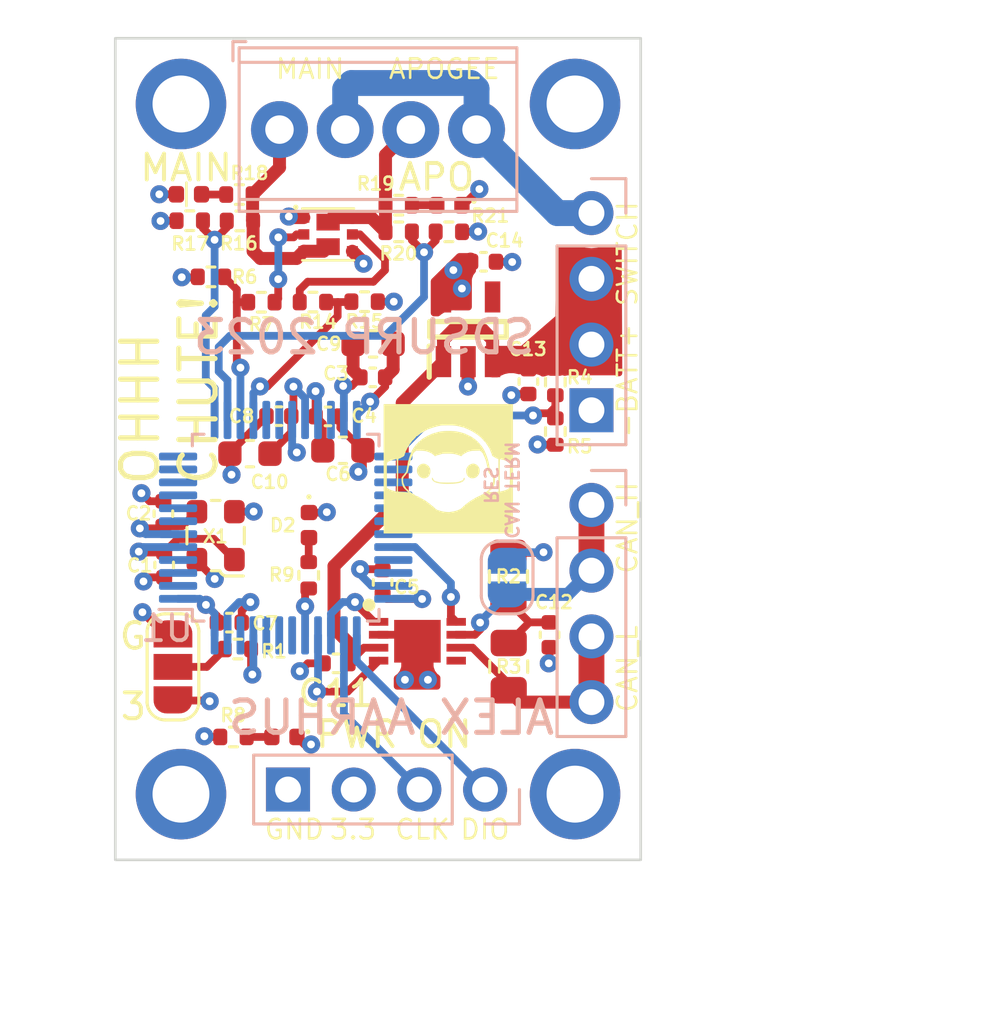
<source format=kicad_pcb>
(kicad_pcb (version 20221018) (generator pcbnew)
  (layers (0 "F.Cu" signal) (1 "In1.Cu" power) (2 "In2.Cu" power) (31 "B.Cu" signal) (34 "B.Paste" user) (35 "F.Paste" user) (36 "B.SilkS" user "B.Silkscreen") (37 "F.SilkS" user "F.Silkscreen") (38 "B.Mask" user) (39 "F.Mask" user) (44 "Edge.Cuts" user))
  (net 0 "")
  (net 1 "RCC_OCC_IN")
  (net 2 "GND")
  (net 3 "RCC_OCC_OUT")
  (net 4 "+3.3V")
  (net 6 "Net-(C12-Pad2)")
  (net 7 "PWR+")
  (net 8 "Net-(D3-A)")
  (net 9 "Net-(D4-A)")
  (net 10 "FDCAN_TX")
  (net 11 "FDCAN_RX")
  (net 13 "CAN_FD_L")
  (net 14 "CAN_FD_H")
  (net 15 "TXD")
  (net 17 "SYS_SWDIO")
  (net 18 "SYS_SWCLK")
  (net 19 "Net-(D1-A)")
  (net 20 "Net-(D2-A)")
  (net 21 "LED_1")
  (net 22 "USB_D+")
  (net 23 "USB_D-")
  (net 26 "FET_APOGEE")
  (net 27 "FET_MAIN")
  (net 28 "BATT+")
  (net 29 "Net-(Q1-G1)")
  (net 30 "Net-(Q1-G2)")
  (net 31 "Net-(SW1-B)")
  (net 32 "/BOOT0")
  (net 33 "Net-(SW2-B)")
  (net 34 "V_BAT")
  (net 35 "FIRE_APOGEE")
  (net 36 "FIRE_MAIN")
  (net 37 "SENSE_MAIN")
  (net 38 "SENSE_APOGEE")
  (net 55 "LED_R")
  (net 56 "LED_B")
  (net 57 "LED_G")
  (footprint "Resistor_SMD:R_0805_2012Metric" (layer "F.Cu") (at 40.6046 46.1999 -90)
    (fp_text reference "R2")
    (fp_text value "60")
  )
  (footprint "Capacitor_SMD:C_0402_1005Metric" (layer "F.Cu") (at 35.3568 38.504157 180)
    (fp_text reference "C3")
    (fp_text value "0.1uF")
  )
  (footprint "Resistor_SMD:R_0402_1005Metric" (layer "F.Cu") (at 33.042002 35.595 180)
    (fp_text reference "R14")
    (fp_text value "100")
  )
  (footprint "MountingHole:MountingHole_2.2mm_M2_ISO7380_Pad" (layer "F.Cu") (at 43.18 54.61 45)
    (fp_text reference "H3" hide)
    (fp_text value "MountingHole_Pad")
  )
  (footprint "Resistor_SMD:R_0402_1005Metric" (layer "F.Cu") (at 28.280001 32.45 180)
    (fp_text reference "R17")
    (fp_text value "27k")
  )
  (footprint "Oscillator:Oscillator_SMD_ECS_2520MV-xxx-xx-4Pin_2.5x2.0mm" (layer "F.Cu") (at 29.28 44.62 180)
    (fp_text reference "X1")
    (fp_text value "ECS-2520MV-xxx-xx")
  )
  (footprint "Resistor_SMD:R_0402_1005Metric" (layer "F.Cu") (at 30.200001 31.44 180)
    (fp_text reference "R18")
    (fp_text value "1k")
  )
  (footprint "MountingHole:MountingHole_2.2mm_M2_ISO7380_Pad" (layer "F.Cu") (at 27.94 54.61)
    (fp_text reference "H4" hide)
    (fp_text value "MountingHole_Pad")
  )
  (footprint "Capacitor_SMD:C_0402_1005Metric" (layer "F.Cu") (at 35.7378 46.4312 90)
    (fp_text reference "C5")
    (fp_text value "0.1uF")
  )
  (footprint "MCP2557FDT-H_MNY:SON50P300X200X80-9N-D" (layer "F.Cu") (at 37.084 48.7015)
    (fp_text reference "IC1" hide)
    (fp_text value "MCP2557FDT-H_MNY" hide)
  )
  (footprint "MountingHole:MountingHole_2.2mm_M2_ISO7380_Pad" (layer "F.Cu") (at 27.94 27.94)
    (fp_text reference "H1" hide)
    (fp_text value "MountingHole_Pad")
  )
  (footprint "Capacitor_SMD:C_0402_1005Metric" (layer "F.Cu") (at 27.29 45.7525 -90)
    (fp_text reference "C1")
    (fp_text value "20pF")
  )
  (footprint "Resistor_SMD:R_0402_1005Metric" (layer "F.Cu") (at 30.14 49.0025)
    (fp_text reference "R1")
    (fp_text value "10k")
  )
  (footprint "Resistor_SMD:R_0402_1005Metric" (layer "F.Cu") (at 31.05 35.6)
    (fp_text reference "R7")
    (fp_text value "100")
  )
  (footprint "Resistor_SMD:R_0402_1005Metric" (layer "F.Cu") (at 42.418 40.5984 -90)
    (fp_text reference "R5")
    (fp_text value "10k")
  )
  (footprint "Resistor_SMD:R_0402_1005Metric" (layer "F.Cu") (at 35.04 35.58)
    (fp_text reference "R15")
    (fp_text value "3.3k")
  )
  (footprint "Resistor_SMD:R_0402_1005Metric" (layer "F.Cu") (at 36.36 31.85)
    (fp_text reference "R19")
    (fp_text value "1k")
  )
  (footprint "Resistor_SMD:R_0402_1005Metric" (layer "F.Cu") (at 32.88 46.152499 90)
    (fp_text reference "R9")
    (fp_text value "5")
  )
  (footprint "Capacitor_SMD:C_0603_1608Metric" (layer "F.Cu") (at 34.2 41.3225)
    (fp_text reference "C6")
    (fp_text value "1uF")
  )
  (footprint "LOGO" (layer "F.Cu") (at 38.2778 42.037)
    (fp_text reference "G***" hide)
    (fp_text value "LOGO" hide)
  )
  (footprint "Resistor_SMD:R_0402_1005Metric" (layer "F.Cu") (at 38.300001 32.879999)
    (fp_text reference "R21")
    (fp_text value "27k")
  )
  (footprint "Capacitor_SMD:C_0402_1005Metric" (layer "F.Cu") (at 39.6398 34.0368)
    (fp_text reference "C14")
    (fp_text value "1.0uF")
  )
  (footprint "Capacitor_SMD:C_0402_1005Metric" (layer "F.Cu") (at 33.9344 49.5554 180)
    (fp_text reference "C11")
    (fp_text value "0.1uF")
  )
  (footprint "LED_SMD:LED_0402_1005Metric" (layer "F.Cu") (at 31.94 52.4002 180)
    (fp_text reference "D1" hide)
    (fp_text value "R_LED")
  )
  (footprint "Capacitor_SMD:C_0402_1005Metric" (layer "F.Cu") (at 31.725 40.0025 180)
    (fp_text reference "C8")
    (fp_text value "0.1uF")
  )
  (footprint "Resistor_SMD:R_0402_1005Metric" (layer "F.Cu") (at 29.1 34.6202 180)
    (fp_text reference "R6")
    (fp_text value "3.3k")
  )
  (footprint "Capacitor_SMD:C_0603_1608Metric" (layer "F.Cu") (at 30.607 41.4528 180)
    (fp_text reference "C10")
    (fp_text value "1uF")
  )
  (footprint "Capacitor_SMD:C_0402_1005Metric" (layer "F.Cu") (at 29.809999 47.9825)
    (fp_text reference "C7")
    (fp_text value "0.1uF")
  )
  (footprint "Resistor_SMD:R_0402_1005Metric" (layer "F.Cu") (at 36.36 32.88)
    (fp_text reference "R20")
    (fp_text value "100k")
  )
  (footprint "LED_SMD:LED_0402_1005Metric" (layer "F.Cu") (at 38.319994 31.85 180)
    (fp_text reference "D4" hide)
    (fp_text value "G_LED")
  )
  (footprint "Resistor_SMD:R_0402_1005Metric" (layer "F.Cu") (at 30.22 32.46 180)
    (fp_text reference "R16")
    (fp_text value "100k")
  )
  (footprint "MountingHole:MountingHole_2.2mm_M2_ISO7380_Pad" (layer "F.Cu") (at 43.18 27.94)
    (fp_text reference "H2" hide)
    (fp_text value "MountingHole_Pad")
  )
  (footprint "Resistor_SMD:R_0805_2012Metric" (layer "F.Cu") (at 40.6146 49.6824 -90)
    (fp_text reference "R3")
    (fp_text value "60")
  )
  (footprint "LED_SMD:LED_0402_1005Metric" (layer "F.Cu") (at 28.250001 31.43)
    (fp_text reference "D3" hide)
    (fp_text value "G_LED")
  )
  (footprint "SSM6N58NU,LF:SSM6N58NULF" (layer "F.Cu") (at 33.63 32.98 -90)
    (fp_text reference "Q1" hide)
    (fp_text value "SSM6N58NU,LF" hide)
  )
  (footprint "Jumper:SolderJumper-3_P1.3mm_Open_RoundedPad1.0x1.5mm_NumberLabels" (layer "F.Cu") (at 27.63 49.6925 -90)
    (fp_text reference "SW1" hide)
    (fp_text value "SW_SPDT")
  )
  (footprint "Resistor_SMD:R_0402_1005Metric" (layer "F.Cu") (at 29.97 52.4002)
    (fp_text reference "R8")
    (fp_text value "60")
  )
  (footprint "Capacitor_SMD:C_0402_1005Metric" (layer "F.Cu") (at 27.26 43.7725 90)
    (fp_text reference "C2")
    (fp_text value "20pF")
  )
  (footprint "LED_SMD:LED_0402_1005Metric" (layer "F.Cu") (at 32.89 44.2125 -90)
    (fp_text reference "D2")
    (fp_text value "B_LED")
  )
  (footprint "Capacitor_SMD:C_0402_1005Metric" (layer "F.Cu") (at 33.625 40.0125)
    (fp_text reference "C4")
    (fp_text value "10000pF")
  )
  (footprint "Capacitor_SMD:C_0402_1005Metric" (layer "F.Cu") (at 41.3766 38.668 -90)
    (fp_text reference "C13")
    (fp_text value "1.0uF")
  )
  (footprint "Resistor_SMD:R_0402_1005Metric" (layer "F.Cu") (at 42.418 38.6842 -90)
    (fp_text reference "R4")
    (fp_text value "5.6k")
  )
  (footprint "Capacitor_SMD:C_0402_1005Metric" (layer "F.Cu") (at 42.1946 48.4524 90)
    (fp_text reference "C12")
    (fp_text value "4700pF ")
  )
  (footprint "Capacitor_SMD:C_0603_1608Metric" (layer "F.Cu") (at 35.369826 37.211 180)
    (fp_text reference "C9")
    (fp_text value "4.7uF")
  )
  (footprint "AP2205-33W5-7:SOT95P282X130-5N" (layer "F.Cu") (at 39.0398 36.6468 90)
    (fp_text reference "IC2" hide)
    (fp_text value "AP2205-33W5-7" hide)
  )
  (footprint "Connector_PinHeader_2.54mm:PinHeader_1x04_P2.54mm_Vertical" (layer "B.Cu") (at 43.815 32.1564 180)
    (fp_text reference "J3" hide)
    (fp_text value "Conn_01x04_Socket")
  )
  (footprint "Connector_PinHeader_2.54mm:PinHeader_1x04_P2.54mm_Vertical" (layer "B.Cu") (at 43.815 43.434 180)
    (fp_text reference "J2" hide)
    (fp_text value "Conn_01x04_Socket")
  )
  (footprint "Connector_PinHeader_2.54mm:PinHeader_1x04_P2.54mm_Vertical" (layer "B.Cu") (at 39.7002 54.4322 90)
    (fp_text reference "J1" hide)
    (fp_text value "Conn_01x04_Socket")
  )
  (footprint "TerminalBlock_Phoenix:TerminalBlock_Phoenix_MPT-0,5-4-2.54_1x04_P2.54mm_Horizontal" (layer "B.Cu") (at 31.75 28.93)
    (fp_text reference "J6" hide)
    (fp_text value "PYRO CHANNELS")
  )
  (footprint "Package_QFP:LQFP-48_7x7mm_P0.5mm" (layer "B.Cu") (at 31.99 44.3125)
    (fp_text reference "U1")
    (fp_text value "STM32G473CBTx")
  )
  (footprint "Jumper:SolderJumper-2_P1.3mm_Open_RoundedPad1.0x1.5mm" (layer "B.Cu") (at 40.5546 46.2424 90)
    (fp_text reference "SW2" hide)
    (fp_text value "SW_SPST")
  )
  (gr_rect (start 25.4 25.4) (end 45.72 57.15) (stroke (width 0.1)) (fill none) (layer "Edge.Cuts"))
  (gr_text "CAN TERM \nRES" (at 39.624 42.672 270) (layer "B.SilkS") (effects (font (size 0.5 0.5) (thickness 0.1) bold) (justify bottom mirror)))
  (gr_text "SDSURP 2023" (at 41.74 37.68) (layer "B.SilkS") (effects (font (size 1.25 1.25) (thickness 0.2)) (justify left bottom mirror)))
  (gr_text "ALEX AARHUS" (at 42.485 52.384) (layer "B.SilkS") (effects (font (size 1.25 1.25) (thickness 0.2)) (justify left bottom mirror)))
  (gr_text "APO" (at 36.27 31.35) (layer "F.SilkS") (effects (font (size 1 1)) (justify left bottom)))
  (gr_text "PWR ON" (at 33.0708 52.8828) (layer "F.SilkS") (effects (font (size 1 1)) (justify left bottom)))
  (gr_text "CLK" (at 36.161132 56.4134) (layer "F.SilkS") (effects (font (size 0.75 0.75) (thickness 0.1) bold) (justify left bottom)))
  (gr_text "SWITCH" (at 45.6438 35.814 90) (layer "F.SilkS") (effects (font (size 0.75 0.75) (thickness 0.1) bold) (justify left bottom)))
  (gr_text "GND" (at 31.115 56.4134) (layer "F.SilkS") (effects (font (size 0.75 0.75) (thickness 0.1) bold) (justify left bottom)))
  (gr_text "CAN_L" (at 45.6438 51.5112 90) (layer "F.SilkS") (effects (font (size 0.75 0.75) (thickness 0.1) bold) (justify left bottom)))
  (gr_text "3.3" (at 33.638066 56.4134) (layer "F.SilkS") (effects (font (size 0.75 0.75) (thickness 0.1) bold) (justify left bottom)))
  (gr_text "OHHH\nCHUTE!" (at 29.4386 42.7736 90) (layer "F.SilkS") (effects (font (size 1.4 1.4) (thickness 0.2)) (justify left bottom)))
  (gr_text "CAN_H" (at 45.6438 46.1518 90) (layer "F.SilkS") (effects (font (size 0.75 0.75) (thickness 0.1) bold) (justify left bottom)))
  (gr_text "DIO" (at 38.6842 56.4134) (layer "F.SilkS") (effects (font (size 0.75 0.75) (thickness 0.1) bold) (justify left bottom)))
  (gr_text "-BATT+" (at 45.6438 40.894 90) (layer "F.SilkS") (effects (font (size 0.75 0.75) (thickness 0.1) bold) (justify left bottom)))
  (gr_text "APOGEE" (at 35.9156 27.0256) (layer "F.SilkS") (effects (font (size 0.75 0.75) (thickness 0.1) bold) (justify left bottom)))
  (gr_text "MAIN" (at 31.5468 27.0256) (layer "F.SilkS") (effects (font (size 0.75 0.75) (thickness 0.1) bold) (justify left bottom)))
  (gr_text "MAIN" (at 26.28 30.99) (layer "F.SilkS") (effects (font (size 1 1)) (justify left bottom)))
  (segment (start 27.29 45.2725) (end 26.342177 45.2725) (width 0.3) (layer "F.Cu") (net 1))
  (segment (start 29.205 44.745) (end 28.212107 44.745) (width 0.3) (layer "F.Cu") (net 1))
  (segment (start 30.005 45.545) (end 29.205 44.745) (width 0.3) (layer "F.Cu") (net 1))
  (segment (start 28.204607 44.7525) (end 27.81 44.7525) (width 0.3) (layer "F.Cu") (net 1))
  (segment (start 26.342177 45.2725) (end 26.308208 45.238531) (width 0.3) (layer "F.Cu") (net 1))
  (segment (start 28.212107 44.745) (end 28.204607 44.7525) (width 0.3) (layer "F.Cu") (net 1))
  (segment (start 27.81 44.7525) (end 27.29 45.2725) (width 0.3) (layer "F.Cu") (net 1))
  (via (at 26.308208 45.238531) (size 0.7) (drill 0.3) (layers "F.Cu" "B.Cu") (net 1))
  (segment (start 26.484239 45.0625) (end 27.8275 45.0625) (width 0.3) (layer "B.Cu") (net 1))
  (segment (start 26.308208 45.238531) (end 26.484239 45.0625) (width 0.3) (layer "B.Cu") (net 1))
  (segment (start 27.26 43.2925) (end 26.7225 43.2925) (width 0.3) (layer "F.Cu") (net 2))
  (segment (start 34.105 40.0125) (end 34.105 40.4525) (width 0.3) (layer "F.Cu") (net 2))
  (segment (start 32.5374 49.8602) (end 32.8422 49.5554) (width 0.3) (layer "F.Cu") (net 2))
  (segment (start 35.55 35.58) (end 36.17 35.58) (width 0.3) (layer "F.Cu") (net 2))
  (segment (start 32.15 32.33) (end 32.692 32.33) (width 0.5) (layer "F.Cu") (net 2))
  (segment (start 32.97 52.69) (end 32.7098 52.69) (width 0.3) (layer "F.Cu") (net 2))
  (segment (start 26.6475 46.2325) (end 27.29 46.2325) (width 0.3) (layer "F.Cu") (net 2))
  (segment (start 34.544357 38.8366) (end 34.8768 38.504157) (width 0.3) (layer "F.Cu") (net 2))
  (segment (start 34.869505 45.916884) (end 35.703484 45.916884) (width 0.3) (layer "F.Cu") (net 2))
  (segment (start 34.2138 38.8366) (end 34.544357 38.8366) (width 0.3) (layer "F.Cu") (net 2))
  (segment (start 38.86 31.85) (end 39.48 31.23) (width 0.3) (layer "F.Cu") (net 2))
  (segment (start 34.594826 38.222183) (end 34.8768 38.504157) (width 0.5) (layer "F.Cu") (net 2))
  (segment (start 39.420001 32.879999) (end 39.43 32.87) (width 0.3) (layer "F.Cu") (net 2))
  (segment (start 41.3766 39.148) (end 40.7604 39.148) (width 0.3) (layer "F.Cu") (net 2))
  (segment (start 40.7398 34.0368) (end 40.7498 34.0468) (width 0.3) (layer "F.Cu") (net 2))
  (segment (start 26.45 47.58) (end 27.2625 48.3925) (width 0.3) (layer "F.Cu") (net 2))
  (segment (start 40.7604 39.148) (end 40.7162 39.1922) (width 0.3) (layer "F.Cu") (net 2))
  (segment (start 42.418 41.1084) (end 41.7434 41.1084) (width 0.3) (layer "F.Cu") (net 2))
  (segment (start 30.289999 47.523101) (end 30.289999 47.9825) (width 0.3) (layer "F.Cu") (net 2))
  (segment (start 27.2625 48.3925) (end 27.63 48.3925) (width 0.3) (layer "F.Cu") (net 2))
  (segment (start 30.745 43.695) (end 30.75 43.69) (width 0.3) (layer "F.Cu") (net 2))
  (segment (start 35.584 48.4515) (end 36.834 48.4515) (width 0.3) (layer "F.Cu") (net 2))
  (segment (start 32.8422 49.5554) (end 33.4544 49.5554) (width 0.3) (layer "F.Cu") (net 2))
  (segment (start 28.59 34.6456) (end 27.98 34.6456) (width 0.3) (layer "F.Cu") (net 2))
  (segment (start 32.7098 52.69) (end 32.42 52.4002) (width 0.3) (layer "F.Cu") (net 2))
  (segment (start 35.703484 45.916884) (end 35.7378 45.9512) (width 0.3) (layer "F.Cu") (net 2))
  (segment (start 29.832 42.2018) (end 29.8958 42.2656) (width 0.3) (layer "F.Cu") (net 2))
  (segment (start 34.975 41.3225) (end 34.975 41.9775) (width 0.3) (layer "F.Cu") (net 2))
  (segment (start 30.623736 47.189364) (end 30.289999 47.523101) (width 0.3) (layer "F.Cu") (net 2))
  (segment (start 31.245 40.0025) (end 29.832 41.4155) (width 0.3) (layer "F.Cu") (net 2))
  (segment (start 33.5788 43.7134) (end 33.5597 43.7325) (width 0.3) (layer "F.Cu") (net 2))
  (segment (start 27.1018 31.43) (end 27.770001 31.43) (width 0.3) (layer "F.Cu") (net 2))
  (segment (start 39.0398 37.8968) (end 39.0398 38.8568) (width 0.5) (layer "F.Cu") (net 2))
  (segment (start 42.1946 48.9324) (end 42.1946 49.5248) (width 0.3) (layer "F.Cu") (net 2))
  (segment (start 26.49 46.39) (end 26.6475 46.2325) (width 0.3) (layer "F.Cu") (net 2))
  (segment (start 42.1946 49.5248) (end 42.164 49.5554) (width 0.3) (layer "F.Cu") (net 2))
  (segment (start 41.7434 41.1084) (end 41.7322 41.0972) (width 0.3) (layer "F.Cu") (net 2))
  (segment (start 38.799994 31.85) (end 38.86 31.85) (width 0.3) (layer "F.Cu") (net 2))
  (segment (start 34.105 40.4525) (end 34.975 41.3225) (width 0.3) (layer "F.Cu") (net 2))
  (segment (start 40.1198 34.0368) (end 40.7398 34.0368) (width 0.3) (layer "F.Cu") (net 2))
  (segment (start 33.5597 43.7325) (end 32.89 43.7325) (width 0.3) (layer "F.Cu") (net 2))
  (segment (start 36.834 48.4515) (end 37.084 48.7015) (width 0.3) (layer "F.Cu") (net 2))
  (segment (start 29.24485 46.29298) (end 28.555 45.60313) (width 0.3) (layer "F.Cu") (net 2))
  (segment (start 27.770001 32.45) (end 27.16 32.45) (width 0.3) (layer "F.Cu") (net 2))
  (segment (start 35 34.062) (end 34.568 33.63) (width 0.5) (layer "F.Cu") (net 2))
  (segment (start 27.16 32.45) (end 27.15 32.46) (width 0.3) (layer "F.Cu") (net 2))
  (segment (start 34.975 41.9775) (end 34.8 42.1525) (width 0.3) (layer "F.Cu") (net 2))
  (segment (start 29.832 41.4528) (end 29.832 42.2018) (width 0.3) (layer "F.Cu") (net 2))
  (segment (start 27.98 34.6456) (end 27.97 34.6356) (width 0.3) (layer "F.Cu") (net 2))
  (segment (start 38.810001 32.879999) (end 39.420001 32.879999) (width 0.3) (layer "F.Cu") (net 2))
  (segment (start 32.11 32.29) (end 32.15 32.33) (width 0.5) (layer "F.Cu") (net 2))
  (segment (start 30.005 43.695) (end 30.745 43.695) (width 0.3) (layer "F.Cu") (net 2))
  (segment (start 34.594826 37.211) (end 34.594826 38.222183) (width 0.5) (layer "F.Cu") (net 2))
  (segment (start 28.555 45.60313) (end 28.555 45.545) (width 0.3) (layer "F.Cu") (net 2))
  (segment (start 26.7225 43.2925) (end 26.41 42.98) (width 0.3) (layer "F.Cu") (net 2))
  (segment (start 35 34.11) (end 35 34.062) (width 0.5) (layer "F.Cu") (net 2))
  (via (at 39.0398 38.8568) (size 0.7) (drill 0.3) (layers "F.Cu" "B.Cu") (net 2))
  (via (at 34.8 42.1525) (size 0.7) (drill 0.3) (layers "F.Cu" "B.Cu") (net 2))
  (via (at 40.7162 39.1922) (size 0.7) (drill 0.3) (layers "F.Cu" "B.Cu") (net 2))
  (via (at 30.623736 47.189364) (size 0.7) (drill 0.3) (layers "F.Cu" "B.Cu") (net 2))
  (via (at 35 34.11) (size 0.7) (drill 0.3) (layers "F.Cu" "B.Cu") (net 2))
  (via (at 39.43 32.87) (size 0.7) (drill 0.3) (layers "F.Cu" "B.Cu") (net 2))
  (via (at 40.7498 34.0468) (size 0.7) (drill 0.3) (layers "F.Cu" "B.Cu") (net 2))
  (via (at 41.7322 41.0972) (size 0.7) (drill 0.3) (layers "F.Cu" "B.Cu") (net 2))
  (via (at 29.8958 42.2656) (size 0.7) (drill 0.3) (layers "F.Cu" "B.Cu") (net 2))
  (via (at 27.15 32.46) (size 0.7) (drill 0.3) (layers "F.Cu" "B.Cu") (net 2))
  (via (at 36.17 35.58) (size 0.7) (drill 0.3) (layers "F.Cu" "B.Cu") (net 2))
  (via (at 26.49 46.39) (size 0.7) (drill 0.3) (layers "F.Cu" "B.Cu") (net 2))
  (via (at 33.5788 43.7134) (size 0.7) (drill 0.3) (layers "F.Cu" "B.Cu") (net 2))
  (via (at 42.164 49.5554) (size 0.7) (drill 0.3) (layers "F.Cu" "B.Cu") (net 2))
  (via (at 27.97 34.6356) (size 0.7) (drill 0.3) (layers "F.Cu" "B.Cu") (net 2))
  (via (at 34.2138 38.8366) (size 0.7) (drill 0.3) (layers "F.Cu" "B.Cu") (net 2))
  (via (at 32.97 52.69) (size 0.7) (drill 0.3) (layers "F.Cu" "B.Cu") (net 2))
  (via (at 32.11 32.29) (size 0.7) (drill 0.3) (layers "F.Cu" "B.Cu") (net 2))
  (via (at 34.869505 45.916884) (size 0.7) (drill 0.3) (layers "F.Cu" "B.Cu") (net 2))
  (via (at 26.45 47.58) (size 0.7) (drill 0.3) (layers "F.Cu" "B.Cu") (net 2))
  (via (at 30.75 43.69) (size 0.7) (drill 0.3) (layers "F.Cu" "B.Cu") (net 2))
  (via (at 26.41 42.98) (size 0.7) (drill 0.3) (layers "F.Cu" "B.Cu") (net 2))
  (via (at 29.24485 46.29298) (size 0.7) (drill 0.3) (layers "F.Cu" "B.Cu") (net 2))
  (via (at 27.1018 31.43) (size 0.7) (drill 0.3) (layers "F.Cu" "B.Cu") (net 2))
  (via (at 37.4904 50.1904) (size 0.7) (drill 0.3) (layers "F.Cu" "B.Cu") (net 2))
  (via (at 32.418223 41.405821) (size 0.7) (drill 0.3) (layers "F.Cu" "B.Cu") (net 2))
  (via (at 39.48 31.23) (size 0.7) (drill 0.3) (layers "F.Cu" "B.Cu") (net 2))
  (via (at 36.6014 50.1904) (size 0.7) (drill 0.3) (layers "F.Cu" "B.Cu") (net 2))
  (via (at 32.5374 49.8602) (size 0.7) (drill 0.3) (layers "F.Cu" "B.Cu") (net 2))
  (segment (start 29.1592 46.37863) (end 29.1592 46.4312) (width 0.3) (layer "B.Cu") (net 2))
  (segment (start 34.869505 46.118046) (end 34.869505 45.916884) (width 0.3) (layer "B.Cu") (net 2))
  (segment (start 30.623736 47.189364) (end 30.187095 47.189364) (width 0.3) (layer "B.Cu") (net 2))
  (segment (start 30.187095 47.189364) (end 29.74 47.636459) (width 0.3) (layer "B.Cu") (net 2))
  (segment (start 34.24 38.8628) (end 34.24 40.15) (width 0.3) (layer "B.Cu") (net 2))
  (segment (start 29.24485 46.29298) (end 29.1592 46.37863) (width 0.3) (layer "B.Cu") (net 2))
  (segment (start 32.24 40.15) (end 32.24 41.227598) (width 0.3) (layer "B.Cu") (net 2))
  (segment (start 35.313959 46.5625) (end 34.869505 46.118046) (width 0.3) (layer "B.Cu") (net 2))
  (segment (start 32.24 41.227598) (end 32.418223 41.405821) (width 0.3) (layer "B.Cu") (net 2))
  (segment (start 34.2138 38.8366) (end 34.24 38.8628) (width 0.3) (layer "B.Cu") (net 2))
  (segment (start 36.1525 46.5625) (end 35.313959 46.5625) (width 0.3) (layer "B.Cu") (net 2))
  (segment (start 29.74 47.636459) (end 29.74 48.475) (width 0.3) (layer "B.Cu") (net 2))
  (segment (start 27.26 44.2525) (end 27.9975 44.2525) (width 0.3) (layer "F.Cu") (net 3))
  (segment (start 27.9975 44.2525) (end 28.555 43.695) (width 0.3) (layer "F.Cu") (net 3))
  (segment (start 27.1725 44.34) (end 27.26 44.2525) (width 0.3) (layer "F.Cu") (net 3))
  (segment (start 26.35 44.34) (end 27.1725 44.34) (width 0.3) (layer "F.Cu") (net 3))
  (via (at 26.35 44.34) (size 0.7) (drill 0.3) (layers "F.Cu" "B.Cu") (net 3))
  (segment (start 27.8275 44.5625) (end 26.5725 44.5625) (width 0.3) (layer "B.Cu") (net 3))
  (segment (start 26.5725 44.5625) (end 26.35 44.34) (width 0.3) (layer "B.Cu") (net 3))
  (segment (start 36.144826 38.196131) (end 35.8368 38.504157) (width 0.5) (layer "F.Cu") (net 4))
  (segment (start 29.46 52.4002) (end 28.8692 52.4002) (width 0.3) (layer "F.Cu") (net 4))
  (segment (start 33.145 39.0398) (end 33.145 40.0125) (width 0.3) (layer "F.Cu") (net 4))
  (segment (start 28.8692 52.4002) (end 28.8438 52.3748) (width 0.3) (layer "F.Cu") (net 4))
  (segment (start 27.63 50.9925) (end 29.0225 50.9925) (width 0.3) (layer "F.Cu") (net 4))
  (segment (start 33.425 40.2925) (end 33.145 40.0125) (width 0.3) (layer "F.Cu") (net 4))
  (segment (start 32.29 38.863) (end 32.29 39.9175) (width 0.3) (layer "F.Cu") (net 4))
  (segment (start 35.8368 38.8646) (end 35.8368 38.504157) (width 0.3) (layer "F.Cu") (net 4))
  (segment (start 35.2552 39.4462) (end 35.8368 38.8646) (width 0.3) (layer "F.Cu") (net 4))
  (segment (start 33.425 41.3225) (end 33.425 40.2925) (width 0.3) (layer "F.Cu") (net 4))
  (segment (start 36.144826 37.211) (end 36.144826 38.196131) (width 0.5) (layer "F.Cu") (net 4))
  (segment (start 35.895893 47.069293) (end 35.7378 46.9112) (width 0.3) (layer "F.Cu") (net 4))
  (segment (start 32.205 40.6298) (end 31.382 41.4528) (width 0.3) (layer "F.Cu") (net 4))
  (segment (start 32.205 40.0025) (end 32.205 40.6298) (width 0.3) (layer "F.Cu") (net 4))
  (segment (start 32.29 39.9175) (end 32.205 40.0025) (width 0.3) (layer "F.Cu") (net 4))
  (segment (start 37.266172 47.069293) (end 35.895893 47.069293) (width 0.3) (layer "F.Cu") (net 4))
  (segment (start 29.0225 50.9925) (end 29.05 51.02) (width 0.3) (layer "F.Cu") (net 4))
  (segment (start 28.9052 47.2948) (end 29.329999 47.719599) (width 0.3) (layer "F.Cu") (net 4))
  (segment (start 29.329999 47.719599) (end 29.329999 47.9825) (width 0.3) (layer "F.Cu") (net 4))
  (via (at 38.475 34.3598) (size 0.7) (drill 0.3) (layers "F.Cu" "B.Cu") (net 4))
  (via (at 35.2552 39.4462) (size 0.7) (drill 0.3) (layers "F.Cu" "B.Cu") (net 4))
  (via (at 29.05 51.02) (size 0.7) (drill 0.3) (layers "F.Cu" "B.Cu") (net 4))
  (via (at 28.8438 52.3748) (size 0.7) (drill 0.3) (layers "F.Cu" "B.Cu") (net 4))
  (via (at 37.266172 47.069293) (size 0.7) (drill 0.3) (layers "F.Cu" "B.Cu") (net 4))
  (via (at 38.8052 35.071) (size 0.7) (drill 0.3) (layers "F.Cu" "B.Cu") (net 4))
  (via (at 32.29 38.863) (size 0.7) (drill 0.3) (layers "F.Cu" "B.Cu") (net 4))
  (via (at 28.9052 47.2948) (size 0.7) (drill 0.3) (layers "F.Cu" "B.Cu") (net 4))
  (via (at 33.145 39.0398) (size 0.7) (drill 0.3) (layers "F.Cu" "B.Cu") (net 4))
  (segment (start 34.74 39.9614) (end 35.2552 39.4462) (width 0.3) (layer "B.Cu") (net 4))
  (segment (start 32.74 40.15) (end 32.74 39.311459) (width 0.3) (layer "B.Cu") (net 4))
  (segment (start 34.74 40.15) (end 34.74 39.9614) (width 0.3) (layer "B.Cu") (net 4))
  (segment (start 27.8275 47.0625) (end 28.6729 47.0625) (width 0.3) (layer "B.Cu") (net 4))
  (segment (start 36.1525 47.0625) (end 37.259379 47.0625) (width 0.3) (layer "B.Cu") (net 4))
  (segment (start 32.74 39.311459) (end 32.291541 38.863) (width 0.3) (layer "B.Cu") (net 4))
  (segment (start 33.145 39.0398) (end 33.24 39.1348) (width 0.3) (layer "B.Cu") (net 4))
  (segment (start 33.24 39.1348) (end 33.24 40.15) (width 0.3) (layer "B.Cu") (net 4))
  (segment (start 28.9052 47.2948) (end 29.24 47.6296) (width 0.3) (layer "B.Cu") (net 4))
  (segment (start 29.24 47.6296) (end 29.24 48.475) (width 0.3) (layer "B.Cu") (net 4))
  (segment (start 28.6729 47.0625) (end 28.9052 47.2948) (width 0.3) (layer "B.Cu") (net 4))
  (segment (start 37.259379 47.0625) (end 37.266172 47.069293) (width 0.3) (layer "B.Cu") (net 4))
  (segment (start 32.291541 38.863) (end 32.29 38.863) (width 0.3) (layer "B.Cu") (net 4))
  (segment (start 40.6146 48.7699) (end 41.4121 47.9724) (width 0.3) (layer "F.Cu") (net 6))
  (segment (start 40.6046 47.1649) (end 41.4121 47.9724) (width 0.3) (layer "F.Cu") (net 6))
  (segment (start 40.6046 47.1124) (end 40.6046 47.1649) (width 0.3) (layer "F.Cu") (net 6))
  (segment (start 41.4121 47.9724) (end 42.1946 47.9724) (width 0.3) (layer "F.Cu") (net 6))
  (segment (start 40.6046 48.7599) (end 40.6146 48.7699) (width 0.3) (layer "F.Cu") (net 6))
  (segment (start 39.37 28.93) (end 39.37 29.0322) (width 1) (layer "B.Cu") (net 7))
  (segment (start 42.4942 32.1564) (end 43.815 32.1564) (width 1) (layer "B.Cu") (net 7))
  (segment (start 39.37 27.35) (end 39.37 28.93) (width 1) (layer "B.Cu") (net 7))
  (segment (start 39.37 29.0322) (end 42.4942 32.1564) (width 1) (layer "B.Cu") (net 7))
  (segment (start 39.15 27.13) (end 39.37 27.35) (width 1) (layer "B.Cu") (net 7))
  (segment (start 34.29 27.374366) (end 34.534366 27.13) (width 1) (layer "B.Cu") (net 7))
  (segment (start 34.534366 27.13) (end 39.15 27.13) (width 1) (layer "B.Cu") (net 7))
  (segment (start 34.29 28.93) (end 34.29 27.374366) (width 1) (layer "B.Cu") (net 7))
  (segment (start 29.690001 31.44) (end 28.740001 31.44) (width 0.3) (layer "F.Cu") (net 8))
  (segment (start 28.740001 31.44) (end 28.730001 31.43) (width 0.3) (layer "F.Cu") (net 8))
  (segment (start 36.87 31.85) (end 37.839994 31.85) (width 0.3) (layer "F.Cu") (net 9))
  (segment (start 34.671 47.2186) (end 34.671 47.188) (width 0.3) (layer "F.Cu") (net 10))
  (segment (start 35.4039 47.9515) (end 34.671 47.2186) (width 0.3) (layer "F.Cu") (net 10))
  (segment (start 35.584 47.9515) (end 35.4039 47.9515) (width 0.3) (layer "F.Cu") (net 10))
  (via (at 34.671 47.188) (size 0.7) (drill 0.3) (layers "F.Cu" "B.Cu") (net 10))
  (segment (start 34.671 47.188) (end 34.188459 47.188) (width 0.3) (layer "B.Cu") (net 10))
  (segment (start 34.188459 47.188) (end 33.74 47.636459) (width 0.3) (layer "B.Cu") (net 10))
  (segment (start 33.74 47.636459) (end 33.74 48.475) (width 0.3) (layer "B.Cu") (net 10))
  (segment (start 34.3879 50.6476) (end 35.584 49.4515) (width 0.3) (layer "F.Cu") (net 11))
  (segment (start 33.1978 50.6476) (end 34.3879 50.6476) (width 0.3) (layer "F.Cu") (net 11))
  (via (at 33.1978 50.6476) (size 0.7) (drill 0.3) (layers "F.Cu" "B.Cu") (net 11))
  (segment (start 33.24 50.6054) (end 33.1978 50.6476) (width 0.3) (layer "B.Cu") (net 11))
  (segment (start 33.24 48.475) (end 33.24 50.6054) (width 0.3) (layer "B.Cu") (net 11))
  (segment (start 38.584 48.9515) (end 39.2176 48.9515) (width 0.3) (layer "F.Cu") (net 13))
  (segment (start 40.6146 50.5949) (end 41.0737 51.054) (width 0.5) (layer "F.Cu") (net 13))
  (segment (start 39.2176 48.9515) (end 40.6146 50.3485) (width 0.3) (layer "F.Cu") (net 13))
  (segment (start 43.815 48.514) (end 43.815 51.054) (width 1) (layer "F.Cu") (net 13))
  (segment (start 40.6146 50.3485) (end 40.6146 50.5949) (width 0.3) (layer "F.Cu") (net 13))
  (segment (start 41.0737 51.054) (end 43.815 51.054) (width 0.5) (layer "F.Cu") (net 13))
  (segment (start 38.584 48.4515) (end 39.309 48.4515) (width 0.3) (layer "F.Cu") (net 14))
  (segment (start 39.508502 48.251998) (end 39.508502 47.9806) (width 0.3) (layer "F.Cu") (net 14))
  (segment (start 39.309 48.4515) (end 39.508502 48.251998) (width 0.3) (layer "F.Cu") (net 14))
  (segment (start 43.815 43.434) (end 43.815 45.974) (width 1) (layer "F.Cu") (net 14))
  (via (at 39.508502 47.9806) (size 0.7) (drill 0.3) (layers "F.Cu" "B.Cu") (net 14))
  (segment (start 42.8966 46.8924) (end 43.815 45.974) (width 0.5) (layer "B.Cu") (net 14))
  (segment (start 40.5546 46.8924) (end 42.8966 46.8924) (width 0.5) (layer "B.Cu") (net 14))
  (segment (start 39.508502 47.938498) (end 40.5546 46.8924) (width 0.3) (layer "B.Cu") (net 14))
  (segment (start 39.508502 47.9806) (end 39.508502 47.938498) (width 0.3) (layer "B.Cu") (net 14))
  (segment (start 38.3794 46.99) (end 38.3794 47.7469) (width 0.3) (layer "F.Cu") (net 15))
  (segment (start 38.3794 47.7469) (end 38.584 47.9515) (width 0.3) (layer "F.Cu") (net 15))
  (via (at 38.3794 46.99) (size 0.7) (drill 0.3) (layers "F.Cu" "B.Cu") (net 15))
  (segment (start 36.1525 45.0625) (end 36.991041 45.0625) (width 0.3) (layer "B.Cu") (net 15))
  (segment (start 36.991041 45.0625) (end 38.3794 46.450859) (width 0.3) (layer "B.Cu") (net 15))
  (segment (start 38.3794 46.450859) (end 38.3794 46.99) (width 0.3) (layer "B.Cu") (net 15))
  (segment (start 34.74 49.472) (end 39.7002 54.4322) (width 0.3) (layer "B.Cu") (net 17))
  (segment (start 34.74 48.475) (end 34.74 49.472) (width 0.3) (layer "B.Cu") (net 17))
  (segment (start 34.24 51.512) (end 37.1602 54.4322) (width 0.3) (layer "B.Cu") (net 18))
  (segment (start 34.24 48.475) (end 34.24 51.512) (width 0.3) (layer "B.Cu") (net 18))
  (segment (start 30.48 52.4002) (end 31.46 52.4002) (width 0.3) (layer "F.Cu") (net 19))
  (segment (start 32.88 44.7025) (end 32.89 44.6925) (width 0.3) (layer "F.Cu") (net 20))
  (segment (start 32.88 45.642499) (end 32.88 44.7025) (width 0.3) (layer "F.Cu") (net 20))
  (segment (start 32.739551 47.354507) (end 32.739551 46.802948) (width 0.3) (layer "F.Cu") (net 21))
  (segment (start 32.739551 46.802948) (end 32.88 46.662499) (width 0.3) (layer "F.Cu") (net 21))
  (via (at 32.739551 47.354507) (size 0.7) (drill 0.3) (layers "F.Cu" "B.Cu") (net 21))
  (segment (start 32.74 47.354956) (end 32.739551 47.354507) (width 0.3) (layer "B.Cu") (net 21))
  (segment (start 32.74 48.475) (end 32.74 47.354956) (width 0.3) (layer "B.Cu") (net 21))
  (segment (start 35.85 31.85) (end 35.85 29.91) (width 0.5) (layer "F.Cu") (net 26))
  (segment (start 33.805 32.33) (end 34.568 32.33) (width 0.5) (layer "F.Cu") (net 26))
  (segment (start 35.3 32.33) (end 35.85 32.88) (width 0.5) (layer "F.Cu") (net 26))
  (segment (start 34.568 32.33) (end 35.3 32.33) (width 0.5) (layer "F.Cu") (net 26))
  (segment (start 35.85 29.91) (end 36.83 28.93) (width 0.5) (layer "F.Cu") (net 26))
  (segment (start 35.85 31.85) (end 35.85 32.88) (width 0.5) (layer "F.Cu") (net 26))
  (segment (start 33.63 32.505) (end 33.805 32.33) (width 0.5) (layer "F.Cu") (net 26))
  (segment (start 33.455 33.63) (end 32.692 33.63) (width 0.5) (layer "F.Cu") (net 27))
  (segment (start 30.73 33.63) (end 31.01 33.91) (width 0.5) (layer "F.Cu") (net 27))
  (segment (start 33.63 33.455) (end 33.455 33.63) (width 0.5) (layer "F.Cu") (net 27))
  (segment (start 31.75 28.93) (end 31.75 30.400001) (width 0.5) (layer "F.Cu") (net 27))
  (segment (start 32.412 33.91) (end 32.692 33.63) (width 0.5) (layer "F.Cu") (net 27))
  (segment (start 31.01 33.91) (end 32.412 33.91) (width 0.5) (layer "F.Cu") (net 27))
  (segment (start 30.710001 31.44) (end 30.710001 32.440001) (width 0.5) (layer "F.Cu") (net 27))
  (segment (start 30.710001 32.440001) (end 30.73 32.46) (width 0.5) (layer "F.Cu") (net 27))
  (segment (start 30.73 32.46) (end 30.73 33.63) (width 0.5) (layer "F.Cu") (net 27))
  (segment (start 31.75 30.400001) (end 30.710001 31.44) (width 0.5) (layer "F.Cu") (net 27))
  (segment (start 38.4698 36.6668) (end 38.0898 37.0468) (width 0.5) (layer "F.Cu") (net 28))
  (segment (start 35.584 48.9515) (end 35.0183 48.9515) (width 0.3) (layer "F.Cu") (net 28))
  (segment (start 39.6098 36.6668) (end 38.4698 36.6668) (width 0.5) (layer "F.Cu") (net 28))
  (segment (start 34.4144 48.7523) (end 34.4144 49.5554) (width 0.5) (layer "F.Cu") (net 28))
  (segment (start 33.8582 48.1961) (end 34.4144 48.7523) (width 0.5) (layer "F.Cu") (net 28))
  (segment (start 36.4978 39.4888) (end 36.4978 43.157218) (width 0.5) (layer "F.Cu") (net 28))
  (segment (start 39.9898 37.8968) (end 39.9898 37.0468) (width 0.5) (layer "F.Cu") (net 28))
  (segment (start 39.9898 37.0468) (end 39.6098 36.6668) (width 0.5) (layer "F.Cu") (net 28))
  (segment (start 36.4978 43.157218) (end 33.8582 45.796818) (width 0.5) (layer "F.Cu") (net 28))
  (segment (start 38.0898 37.0468) (end 38.0898 37.8968) (width 0.5) (layer "F.Cu") (net 28))
  (segment (start 38.0898 37.8968) (end 36.4978 39.4888) (width 0.5) (layer "F.Cu") (net 28))
  (segment (start 35.0183 48.9515) (end 34.4144 49.5554) (width 0.3) (layer "F.Cu") (net 28))
  (segment (start 33.8582 45.796818) (end 33.8582 48.1961) (width 0.5) (layer "F.Cu") (net 28))
  (segment (start 32.692 32.98) (end 32.40995 32.98) (width 0.3) (layer "F.Cu") (net 29))
  (segment (start 31.7 35.46) (end 31.56 35.6) (width 0.3) (layer "F.Cu") (net 29))
  (segment (start 32.40995 32.98) (end 32.296549 33.093401) (width 0.3) (layer "F.Cu") (net 29))
  (segment (start 32.296549 33.093401) (end 31.705461 33.093401) (width 0.3) (layer "F.Cu") (net 29))
  (segment (start 31.7 34.7095) (end 31.7 35.46) (width 0.3) (layer "F.Cu") (net 29))
  (via (at 31.7 34.7095) (size 0.7) (drill 0.3) (layers "F.Cu" "B.Cu") (net 29))
  (via (at 31.705461 33.093401) (size 0.7) (drill 0.3) (layers "F.Cu" "B.Cu") (net 29))
  (segment (start 31.705461 33.093401) (end 31.705461 34.704039) (width 0.3) (layer "B.Cu") (net 29))
  (segment (start 31.705461 34.704039) (end 31.7 34.7095) (width 0.3) (layer "B.Cu") (net 29))
  (segment (start 34.568 32.98) (end 34.85995 32.98) (width 0.3) (layer "F.Cu") (net 30))
  (segment (start 34.85995 32.98) (end 35.83 33.95005) (width 0.3) (layer "F.Cu") (net 30))
  (segment (start 35.83 34.36) (end 35.38 34.81) (width 0.3) (layer "F.Cu") (net 30))
  (segment (start 35.83 33.95005) (end 35.83 34.36) (width 0.3) (layer "F.Cu") (net 30))
  (segment (start 32.532002 35.117998) (end 32.532002 35.595) (width 0.3) (layer "F.Cu") (net 30))
  (segment (start 35.38 34.81) (end 32.84 34.81) (width 0.3) (layer "F.Cu") (net 30))
  (segment (start 32.84 34.81) (end 32.532002 35.117998) (width 0.3) (layer "F.Cu") (net 30))
  (segment (start 27.63 49.6925) (end 28.94 49.6925) (width 0.3) (layer "F.Cu") (net 31))
  (segment (start 28.94 49.6925) (end 29.63 49.0025) (width 0.3) (layer "F.Cu") (net 31))
  (segment (start 30.65 49.9372) (end 30.65 49.0025) (width 0.3) (layer "F.Cu") (net 32))
  (segment (start 30.7 49.9872) (end 30.65 49.9372) (width 0.3) (layer "F.Cu") (net 32))
  (via (at 30.7 49.9872) (size 0.7) (drill 0.3) (layers "F.Cu" "B.Cu") (net 32))
  (segment (start 30.7 49.9872) (end 30.74 49.9472) (width 0.3) (layer "B.Cu") (net 32))
  (segment (start 30.74 49.9472) (end 30.74 48.475) (width 0.3) (layer "B.Cu") (net 32))
  (segment (start 41.9362 45.2874) (end 40.6046 45.2874) (width 0.3) (layer "F.Cu") (net 33))
  (segment (start 41.9608 45.2628) (end 41.9362 45.2874) (width 0.3) (layer "F.Cu") (net 33))
  (via (at 41.9608 45.2628) (size 0.7) (drill 0.3) (layers "F.Cu" "B.Cu") (net 33))
  (segment (start 40.8842 45.2628) (end 40.5546 45.5924) (width 0.3) (layer "B.Cu") (net 33))
  (segment (start 41.9608 45.2628) (end 40.8842 45.2628) (width 0.3) (layer "B.Cu") (net 33))
  (segment (start 42.418 39.1942) (end 42.418 39.6494) (width 0.3) (layer "F.Cu") (net 34))
  (segment (start 41.640743 39.8922) (end 42.1752 39.8922) (width 0.3) (layer "F.Cu") (net 34))
  (segment (start 42.418 39.6494) (end 42.418 40.0884) (width 0.3) (layer "F.Cu") (net 34))
  (segment (start 42.1752 39.8922) (end 42.418 39.6494) (width 0.3) (layer "F.Cu") (net 34))
  (segment (start 41.5555 39.977443) (end 41.640743 39.8922) (width 0.3) (layer "F.Cu") (net 34))
  (via (at 41.5555 39.977443) (size 0.7) (drill 0.3) (layers "F.Cu" "B.Cu") (net 34))
  (segment (start 37.737557 39.977443) (end 36.1525 41.5625) (width 0.3) (layer "B.Cu") (net 34))
  (segment (start 41.5555 39.977443) (end 37.737557 39.977443) (width 0.3) (layer "B.Cu") (net 34))
  (segment (start 30.1 35.6) (end 30.1 35.1102) (width 0.3) (layer "F.Cu") (net 35))
  (segment (start 30.54 35.6) (end 30.1 35.6) (width 0.3) (layer "F.Cu") (net 35))
  (segment (start 30.1 35.1102) (end 29.61 34.6202) (width 0.3) (layer "F.Cu") (net 35))
  (segment (start 30.24 38.13) (end 30.1 37.99) (width 0.3) (layer "F.Cu") (net 35))
  (segment (start 30.1 37.99) (end 30.1 35.6) (width 0.3) (layer "F.Cu") (net 35))
  (via (at 30.24 38.13) (size 0.7) (drill 0.3) (layers "F.Cu" "B.Cu") (net 35))
  (segment (start 30.24 38.13) (end 30.24 40.15) (width 0.3) (layer "B.Cu") (net 35))
  (segment (start 31.285254 38.854746) (end 34 36.14) (width 0.3) (layer "F.Cu") (net 36))
  (segment (start 30.997835 38.854746) (end 31.285254 38.854746) (width 0.3) (layer "F.Cu") (net 36))
  (segment (start 34 36.14) (end 34 35.595) (width 0.3) (layer "F.Cu") (net 36))
  (segment (start 33.552002 35.595) (end 34 35.595) (width 0.3) (layer "F.Cu") (net 36))
  (segment (start 34 35.595) (end 34.515 35.595) (width 0.3) (layer "F.Cu") (net 36))
  (segment (start 34.515 35.595) (end 34.53 35.58) (width 0.3) (layer "F.Cu") (net 36))
  (via (at 30.997835 38.854746) (size 0.7) (drill 0.3) (layers "F.Cu" "B.Cu") (net 36))
  (segment (start 30.74 39.112581) (end 30.997835 38.854746) (width 0.3) (layer "B.Cu") (net 36))
  (segment (start 30.74 40.15) (end 30.74 39.112581) (width 0.3) (layer "B.Cu") (net 36))
  (segment (start 29.71 32.72) (end 29.24 33.19) (width 0.3) (layer "F.Cu") (net 37))
  (segment (start 28.800001 32.46) (end 28.790001 32.45) (width 0.3) (layer "F.Cu") (net 37))
  (segment (start 28.790001 32.45) (end 28.790001 32.740001) (width 0.3) (layer "F.Cu") (net 37))
  (segment (start 28.790001 32.740001) (end 29.24 33.19) (width 0.3) (layer "F.Cu") (net 37))
  (segment (start 29.71 32.46) (end 29.71 32.72) (width 0.3) (layer "F.Cu") (net 37))
  (via (at 29.24 33.19) (size 0.7) (drill 0.3) (layers "F.Cu" "B.Cu") (net 37))
  (segment (start 28.9 36.10995) (end 28.9 38.59) (width 0.3) (layer "B.Cu") (net 37))
  (segment (start 29.24 38.93) (end 29.24 40.15) (width 0.3) (layer "B.Cu") (net 37))
  (segment (start 29.24 33.19) (end 29.24 35.76995) (width 0.3) (layer "B.Cu") (net 37))
  (segment (start 28.9 38.59) (end 29.24 38.93) (width 0.3) (layer "B.Cu") (net 37))
  (segment (start 29.24 35.76995) (end 28.9 36.10995) (width 0.3) (layer "B.Cu") (net 37))
  (segment (start 37.34 33.67) (end 36.87 33.2) (width 0.3) (layer "F.Cu") (net 38))
  (segment (start 37.790001 33.219999) (end 37.790001 32.879999) (width 0.3) (layer "F.Cu") (net 38))
  (segment (start 36.87 33.2) (end 36.87 32.88) (width 0.3) (layer "F.Cu") (net 38))
  (segment (start 36.870001 32.879999) (end 36.87 32.88) (width 0.3) (layer "F.Cu") (net 38))
  (segment (start 37.34 33.67) (end 37.790001 33.219999) (width 0.3) (layer "F.Cu") (net 38))
  (via (at 37.34 33.67) (size 0.7) (drill 0.3) (layers "F.Cu" "B.Cu") (net 38))
  (segment (start 29.74 38.61995) (end 29.74 40.15) (width 0.3) (layer "B.Cu") (net 38))
  (segment (start 37.34 33.67) (end 37.34 35.39995) (width 0.3) (layer "B.Cu") (net 38))
  (segment (start 37.34 35.39995) (end 35.83995 36.9) (width 0.3) (layer "B.Cu") (net 38))
  (segment (start 29.4 38.27995) (end 29.74 38.61995) (width 0.3) (layer "B.Cu") (net 38))
  (segment (start 35.83995 36.9) (end 29.83 36.9) (width 0.3) (layer "B.Cu") (net 38))
  (segment (start 29.4 37.33) (end 29.4 38.27995) (width 0.3) (layer "B.Cu") (net 38))
  (segment (start 29.83 36.9) (end 29.4 37.33) (width 0.3) (layer "B.Cu") (net 38))
  (zone (net 4) (net_name "+3.3V") (layer "F.Cu") (priority 3) (connect_pads yes (clearance 0.5)) (min_thickness 0.25) (fill yes (thermal_gap 0.5) (thermal_bridge_width 0.5))
    (polygon (pts (xy 39.5798 33.5768) (xy 38.7698 33.5868) (xy 37.5998 34.7368) (xy 37.5998 36.1468) (xy 38.5698 36.1468) (xy 39.6298 36.1468) (xy 39.6398 34.0368) (xy 39.5898 33.5768)))
  )
  (zone (net 2) (net_name "GND") (layer "F.Cu") (priority 4) (connect_pads yes (clearance 0.5)) (min_thickness 0.25) (fill yes (thermal_gap 0.5) (thermal_bridge_width 0.5))
    (polygon (pts (xy 36.1696 47.879) (xy 37.973 47.879) (xy 37.973 50.5714) (xy 36.1696 50.5714)))
  )
  (zone (net 28) (net_name "BATT+") (layer "F.Cu") (priority 2) (connect_pads yes (clearance 0.5)) (min_thickness 0.25) (fill yes (thermal_gap 0.5) (thermal_bridge_width 0.5))
    (polygon (pts (xy 39.6748 37.2872) (xy 41.0972 37.2872) (xy 42.418 36.1442) (xy 42.4942 33.4264) (xy 44.9834 33.4264) (xy 45.0088 38.5064) (xy 39.6494 38.5064)))
  )
)
</source>
